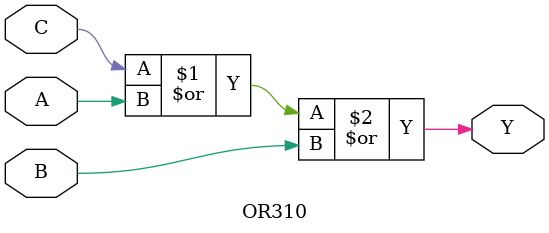
<source format=v>

module OR310 (  A , B , C , Y );

// Verilog Port Declaration section

   input  A;
   input  B;
   input  C;
   output Y;


// Verilog Structure section (in terms of gate prims)


            or  #1 ( Y , C , A , B ) ;

endmodule


</source>
